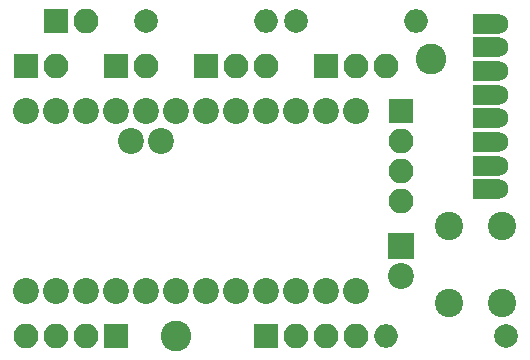
<source format=gbr>
G04 #@! TF.FileFunction,Soldermask,Top*
%FSLAX46Y46*%
G04 Gerber Fmt 4.6, Leading zero omitted, Abs format (unit mm)*
G04 Created by KiCad (PCBNEW 4.0.7) date 05/11/18 23:43:40*
%MOMM*%
%LPD*%
G01*
G04 APERTURE LIST*
%ADD10C,0.100000*%
%ADD11R,2.200000X2.200000*%
%ADD12C,2.200000*%
%ADD13R,2.100000X2.100000*%
%ADD14O,2.100000X2.100000*%
%ADD15C,2.600000*%
%ADD16C,2.400000*%
%ADD17C,1.750000*%
%ADD18R,2.200000X1.750000*%
%ADD19C,2.000000*%
%ADD20O,2.000000X2.000000*%
G04 APERTURE END LIST*
D10*
D11*
X134620000Y-68580000D03*
D12*
X134620000Y-71120000D03*
D13*
X102870000Y-53340000D03*
D14*
X105410000Y-53340000D03*
D15*
X115570000Y-76200000D03*
D16*
X143184000Y-73406000D03*
X138684000Y-73406000D03*
X143184000Y-66906000D03*
X138684000Y-66906000D03*
D17*
X142835000Y-63760000D03*
D18*
X141835000Y-63760000D03*
D17*
X142835000Y-49760000D03*
X142835000Y-51760000D03*
X142835000Y-53760000D03*
X142835000Y-55760000D03*
X142835000Y-57760000D03*
X142835000Y-59760000D03*
X142835000Y-61760000D03*
D18*
X141835000Y-49760000D03*
X141835000Y-51760000D03*
X141835000Y-53760000D03*
X141835000Y-55760000D03*
X141835000Y-57760000D03*
X141835000Y-59760000D03*
X141835000Y-61760000D03*
D13*
X105410000Y-49530000D03*
D14*
X107950000Y-49530000D03*
D13*
X110490000Y-76200000D03*
D14*
X107950000Y-76200000D03*
X105410000Y-76200000D03*
X102870000Y-76200000D03*
D13*
X123190000Y-76200000D03*
D14*
X125730000Y-76200000D03*
X128270000Y-76200000D03*
X130810000Y-76200000D03*
D13*
X128270000Y-53340000D03*
D14*
X130810000Y-53340000D03*
X133350000Y-53340000D03*
D13*
X118110000Y-53340000D03*
D14*
X120650000Y-53340000D03*
X123190000Y-53340000D03*
D13*
X110490000Y-53340000D03*
D14*
X113030000Y-53340000D03*
D13*
X134620000Y-57150000D03*
D14*
X134620000Y-59690000D03*
X134620000Y-62230000D03*
X134620000Y-64770000D03*
D19*
X143510000Y-76200000D03*
D20*
X133350000Y-76200000D03*
D19*
X125730000Y-49530000D03*
D20*
X135890000Y-49530000D03*
D19*
X113030000Y-49530000D03*
D20*
X123190000Y-49530000D03*
D15*
X137160000Y-52705000D03*
D12*
X130810000Y-57150000D03*
X128270000Y-57150000D03*
X125730000Y-57150000D03*
X123190000Y-57150000D03*
X120650000Y-57150000D03*
X118110000Y-57150000D03*
X115570000Y-57150000D03*
X113030000Y-57150000D03*
X110490000Y-57150000D03*
X107950000Y-57150000D03*
X105410000Y-57150000D03*
X102870000Y-57150000D03*
X102870000Y-72390000D03*
X105410000Y-72390000D03*
X107950000Y-72390000D03*
X110490000Y-72390000D03*
X113030000Y-72390000D03*
X115570000Y-72390000D03*
X118110000Y-72390000D03*
X120650000Y-72390000D03*
X123190000Y-72390000D03*
X125730000Y-72390000D03*
X128270000Y-72390000D03*
X130810000Y-72390000D03*
X114300000Y-59690000D03*
X111760000Y-59690000D03*
M02*

</source>
